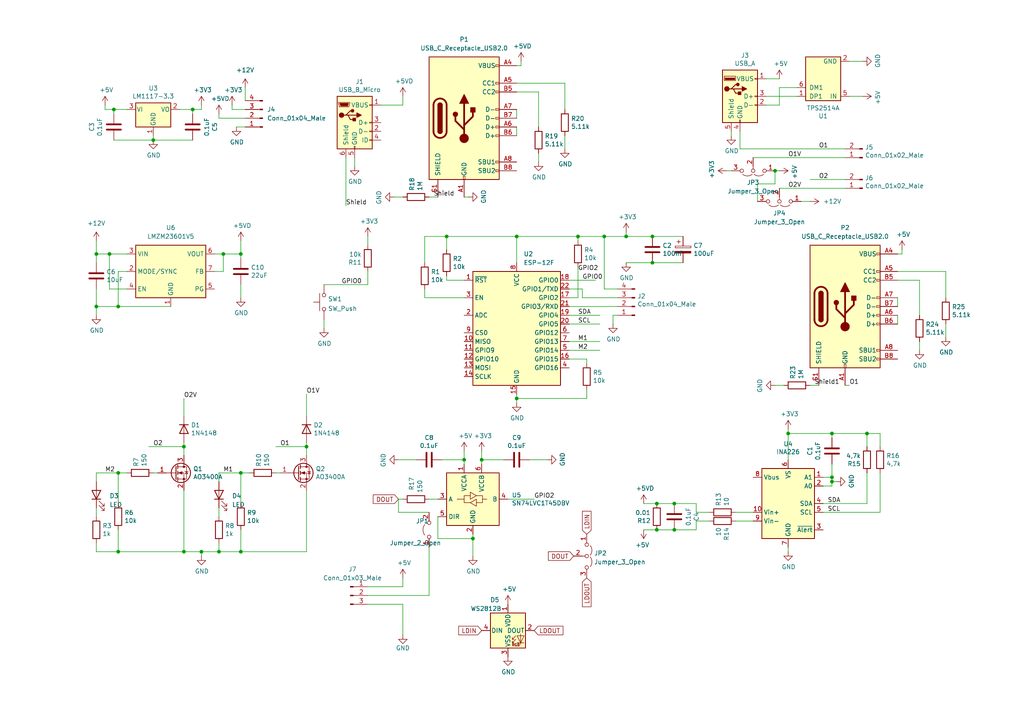
<source format=kicad_sch>
(kicad_sch (version 20211123) (generator eeschema)
  (paper "A4")
  (lib_symbols
    (symbol "Analog_ADC:INA226"
      (property "Reference" "U" (at -6.35 11.43 0))
      (property "Value" "INA226" (at 3.81 11.43 0))
      (symbol "INA226_1_1"
        (pin input line (at 10.16 7.62 180) (length 2.54) (name "A1") (number "1"))
        (pin input line (at -10.16 -2.54 0) (length 2.54) (name "Vin+") (number "10"))
        (pin input line (at 10.16 5.08 180) (length 2.54) (name "A0") (number "2"))
        (pin open_collector line (at 10.16 -7.62 180) (length 2.54) (name "~{Alert}") (number "3"))
        (pin bidirectional line (at 10.16 0 180) (length 2.54) (name "SDA") (number "4"))
        (pin input line (at 10.16 -2.54 180) (length 2.54) (name "SCL") (number "5"))
        (pin power_in line (at 0 12.7 270) (length 2.54) (name "VS") (number "6"))
        (pin power_in line (at 0 -12.7 90) (length 2.54) (name "GND") (number "7"))
        (pin input line (at -10.16 7.62 0) (length 2.54) (name "Vbus") (number "8"))
        (pin input line (at -10.16 -5.08 0) (length 2.54) (name "Vin-") (number "9"))
      )
    )
    (symbol "Connector:Conn_01x02_Male" (pin_names (offset 1.016) hide)
      (property "Reference" "J" (at 0 2.54 0))
      (property "Value" "Conn_01x02_Male" (at 0 -5.08 0))
      (symbol "Conn_01x02_Male_1_1"
        (pin passive line (at 5.08 0 180) (length 3.81) (name "Pin_1") (number "1"))
        (pin passive line (at 5.08 -2.54 180) (length 3.81) (name "Pin_2") (number "2"))
      )
    )
    (symbol "Connector:Conn_01x03_Male" (pin_names (offset 1.016) hide)
      (property "Reference" "J" (at 0 5.08 0))
      (property "Value" "Conn_01x03_Male" (at 0 -5.08 0))
      (symbol "Conn_01x03_Male_1_1"
        (pin passive line (at 5.08 2.54 180) (length 3.81) (name "Pin_1") (number "1"))
        (pin passive line (at 5.08 0 180) (length 3.81) (name "Pin_2") (number "2"))
        (pin passive line (at 5.08 -2.54 180) (length 3.81) (name "Pin_3") (number "3"))
      )
    )
    (symbol "Connector:Conn_01x04_Male" (pin_names (offset 1.016) hide)
      (property "Reference" "J" (at 0 5.08 0))
      (property "Value" "Conn_01x04_Male" (at 0 -7.62 0))
      (symbol "Conn_01x04_Male_1_1"
        (pin passive line (at 5.08 2.54 180) (length 3.81) (name "Pin_1") (number "1"))
        (pin passive line (at 5.08 0 180) (length 3.81) (name "Pin_2") (number "2"))
        (pin passive line (at 5.08 -2.54 180) (length 3.81) (name "Pin_3") (number "3"))
        (pin passive line (at 5.08 -5.08 180) (length 3.81) (name "Pin_4") (number "4"))
      )
    )
    (symbol "Connector:USB_C_Receptacle_USB2.0" (pin_names (offset 1.016))
      (property "Reference" "J" (at -10.16 19.05 0))
      (property "Value" "USB_C_Receptacle_USB2.0" (at 19.05 19.05 0))
      (symbol "USB_C_Receptacle_USB2.0_1_1"
        (pin passive line (at 0 -22.86 90) (length 5.08) (name "GND") (number "A1"))
        (pin passive line (at 0 -22.86 90) (length 5.08) hide (name "GND") (number "A12"))
        (pin passive line (at 15.24 15.24 180) (length 5.08) (name "VBUS") (number "A4"))
        (pin bidirectional line (at 15.24 10.16 180) (length 5.08) (name "CC1") (number "A5"))
        (pin bidirectional line (at 15.24 -2.54 180) (length 5.08) (name "D+") (number "A6"))
        (pin bidirectional line (at 15.24 2.54 180) (length 5.08) (name "D-") (number "A7"))
        (pin bidirectional line (at 15.24 -12.7 180) (length 5.08) (name "SBU1") (number "A8"))
        (pin passive line (at 15.24 15.24 180) (length 5.08) hide (name "VBUS") (number "A9"))
        (pin passive line (at 0 -22.86 90) (length 5.08) hide (name "GND") (number "B1"))
        (pin passive line (at 0 -22.86 90) (length 5.08) hide (name "GND") (number "B12"))
        (pin passive line (at 15.24 15.24 180) (length 5.08) hide (name "VBUS") (number "B4"))
        (pin bidirectional line (at 15.24 7.62 180) (length 5.08) (name "CC2") (number "B5"))
        (pin bidirectional line (at 15.24 -5.08 180) (length 5.08) (name "D+") (number "B6"))
        (pin bidirectional line (at 15.24 0 180) (length 5.08) (name "D-") (number "B7"))
        (pin bidirectional line (at 15.24 -15.24 180) (length 5.08) (name "SBU2") (number "B8"))
        (pin passive line (at 15.24 15.24 180) (length 5.08) hide (name "VBUS") (number "B9"))
        (pin passive line (at -7.62 -22.86 90) (length 5.08) (name "SHIELD") (number "S1"))
      )
    )
    (symbol "Device:C" (pin_numbers hide) (pin_names (offset 0.254))
      (property "Reference" "C" (at 0.635 2.54 0))
      (property "Value" "C" (at 0.635 -2.54 0))
      (symbol "C_1_1"
        (pin passive line (at 0 3.81 270) (length 2.794) (name "~") (number "1"))
        (pin passive line (at 0 -3.81 90) (length 2.794) (name "~") (number "2"))
      )
    )
    (symbol "Device:CP" (pin_numbers hide) (pin_names (offset 0.254))
      (property "Reference" "C" (at 0.635 2.54 0))
      (property "Value" "Device_CP" (at 0.635 -2.54 0))
      (symbol "CP_1_1"
        (pin passive line (at 0 3.81 270) (length 2.794) (name "~") (number "1"))
        (pin passive line (at 0 -3.81 90) (length 2.794) (name "~") (number "2"))
      )
    )
    (symbol "Device:LED" (pin_numbers hide) (pin_names (offset 1.016) hide)
      (property "Reference" "D" (at 0 2.54 0))
      (property "Value" "LED" (at 0 -2.54 0))
      (symbol "LED_1_1"
        (pin passive line (at -3.81 0 0) (length 2.54) (name "K") (number "1"))
        (pin passive line (at 3.81 0 180) (length 2.54) (name "A") (number "2"))
      )
    )
    (symbol "Device:R" (pin_numbers hide) (pin_names (offset 0))
      (property "Reference" "R" (at 2.032 0 90))
      (property "Value" "R" (at 0 0 90))
      (symbol "R_1_1"
        (pin passive line (at 0 3.81 270) (length 1.27) (name "~") (number "1"))
        (pin passive line (at 0 -3.81 90) (length 1.27) (name "~") (number "2"))
      )
    )
    (symbol "Diode:1N4148" (pin_numbers hide) (pin_names (offset 1.016) hide)
      (property "Reference" "D" (at 0 2.54 0))
      (property "Value" "1N4148" (at 0 -2.54 0))
      (symbol "1N4148_1_1"
        (pin passive line (at -3.81 0 0) (length 2.54) (name "K") (number "1"))
        (pin passive line (at 3.81 0 180) (length 2.54) (name "A") (number "2"))
      )
    )
    (symbol "Interface_USB:TPS2514A" (pin_names (offset 1.016))
      (property "Reference" "U" (at -3.81 -7.62 0))
      (property "Value" "TPS2514A" (at 0 7.62 0))
      (symbol "TPS2514A_1_1"
        (pin input line (at 7.62 5.08 180) (length 2.54) (name "DP1") (number "1"))
        (pin power_in line (at -7.62 -5.08 0) (length 2.54) (name "GND") (number "2"))
        (pin no_connect line (at 7.62 -2.54 180) (length 2.54) hide (name "NC") (number "3"))
        (pin no_connect line (at 7.62 -5.08 180) (length 2.54) hide (name "NC") (number "4"))
        (pin power_in line (at -7.62 5.08 0) (length 2.54) (name "IN") (number "5"))
        (pin input line (at 7.62 2.54 180) (length 2.54) (name "DM1") (number "6"))
      )
    )
    (symbol "Jumper:Jumper_2_Open" (pin_names (offset 0) hide)
      (property "Reference" "JP" (at 0 2.794 0))
      (property "Value" "Jumper_2_Open" (at 0 -2.286 0))
      (symbol "Jumper_2_Open_1_1"
        (pin passive line (at -5.08 0 0) (length 2.54) (name "A") (number "1"))
        (pin passive line (at 5.08 0 180) (length 2.54) (name "B") (number "2"))
      )
    )
    (symbol "Jumper:Jumper_3_Open" (pin_names (offset 0) hide)
      (property "Reference" "JP" (at -2.54 -2.54 0))
      (property "Value" "Jumper_3_Open" (at 0 2.794 0))
      (symbol "Jumper_3_Open_1_1"
        (pin passive line (at -6.35 0 0) (length 2.54) (name "A") (number "1"))
        (pin passive line (at 0 -3.81 90) (length 2.54) (name "C") (number "2"))
        (pin passive line (at 6.35 0 180) (length 2.54) (name "B") (number "3"))
      )
    )
    (symbol "LED:WS2812B" (pin_names (offset 0.254))
      (property "Reference" "D" (at 5.08 5.715 0))
      (property "Value" "WS2812B" (at 1.27 -5.715 0))
      (symbol "WS2812B_0_0"
        (text "RGB" (at 2.286 -4.191 0) (effects (font (size 0.762 0.762))))
      )
      (symbol "WS2812B_1_1"
        (pin power_in line (at 0 7.62 270) (length 2.54) (name "VDD") (number "1"))
        (pin output line (at 7.62 0 180) (length 2.54) (name "DOUT") (number "2"))
        (pin power_in line (at 0 -7.62 90) (length 2.54) (name "VSS") (number "3"))
        (pin input line (at -7.62 0 0) (length 2.54) (name "DIN") (number "4"))
      )
    )
    (symbol "Logic_LevelTranslator:SN74LVC1T45DBV"
      (property "Reference" "U" (at -6.35 8.89 0))
      (property "Value" "SN74LVC1T45DBV" (at 3.81 8.89 0))
      (symbol "SN74LVC1T45DBV_1_1"
        (pin power_in line (at -2.54 10.16 270) (length 2.54) (name "VCCA") (number "1"))
        (pin power_in line (at 0 -10.16 90) (length 2.54) (name "GND") (number "2"))
        (pin bidirectional line (at -10.16 0 0) (length 2.54) (name "A") (number "3"))
        (pin bidirectional line (at 10.16 0 180) (length 2.54) (name "B") (number "4"))
        (pin input line (at -10.16 -5.08 0) (length 2.54) (name "DIR") (number "5"))
        (pin power_in line (at 2.54 10.16 270) (length 2.54) (name "VCCB") (number "6"))
      )
    )
    (symbol "RF_Module:ESP-12F"
      (property "Reference" "U" (at -12.7 19.05 0))
      (property "Value" "ESP-12F" (at 12.7 19.05 0))
      (symbol "ESP-12F_1_1"
        (pin input line (at -15.24 15.24 0) (length 2.54) (name "~{RST}") (number "1"))
        (pin bidirectional line (at -15.24 -2.54 0) (length 2.54) (name "MISO") (number "10"))
        (pin bidirectional line (at -15.24 -5.08 0) (length 2.54) (name "GPIO9") (number "11"))
        (pin bidirectional line (at -15.24 -7.62 0) (length 2.54) (name "GPIO10") (number "12"))
        (pin bidirectional line (at -15.24 -10.16 0) (length 2.54) (name "MOSI") (number "13"))
        (pin bidirectional line (at -15.24 -12.7 0) (length 2.54) (name "SCLK") (number "14"))
        (pin power_in line (at 0 -17.78 90) (length 2.54) (name "GND") (number "15"))
        (pin bidirectional line (at 15.24 -7.62 180) (length 2.54) (name "GPIO15") (number "16"))
        (pin bidirectional line (at 15.24 10.16 180) (length 2.54) (name "GPIO2") (number "17"))
        (pin bidirectional line (at 15.24 15.24 180) (length 2.54) (name "GPIO0") (number "18"))
        (pin bidirectional line (at 15.24 5.08 180) (length 2.54) (name "GPIO4") (number "19"))
        (pin input line (at -15.24 5.08 0) (length 2.54) (name "ADC") (number "2"))
        (pin bidirectional line (at 15.24 2.54 180) (length 2.54) (name "GPIO5") (number "20"))
        (pin bidirectional line (at 15.24 7.62 180) (length 2.54) (name "GPIO3/RXD") (number "21"))
        (pin bidirectional line (at 15.24 12.7 180) (length 2.54) (name "GPIO1/TXD") (number "22"))
        (pin input line (at -15.24 10.16 0) (length 2.54) (name "EN") (number "3"))
        (pin bidirectional line (at 15.24 -10.16 180) (length 2.54) (name "GPIO16") (number "4"))
        (pin bidirectional line (at 15.24 -5.08 180) (length 2.54) (name "GPIO14") (number "5"))
        (pin bidirectional line (at 15.24 0 180) (length 2.54) (name "GPIO12") (number "6"))
        (pin bidirectional line (at 15.24 -2.54 180) (length 2.54) (name "GPIO13") (number "7"))
        (pin power_in line (at 0 20.32 270) (length 2.54) (name "VCC") (number "8"))
        (pin input line (at -15.24 0 0) (length 2.54) (name "CS0") (number "9"))
      )
    )
    (symbol "Regulator_Linear:LM1117-3.3" (pin_names (offset 0.254))
      (property "Reference" "U" (at -3.81 3.175 0))
      (property "Value" "LM1117-3.3" (at 0 3.175 0))
      (symbol "LM1117-3.3_1_1"
        (pin power_in line (at 0 -7.62 90) (length 2.54) (name "GND") (number "1"))
        (pin power_out line (at 7.62 0 180) (length 2.54) (name "VO") (number "2"))
        (pin power_in line (at -7.62 0 0) (length 2.54) (name "VI") (number "3"))
      )
    )
    (symbol "Regulator_Switching:LMZM23601V5"
      (property "Reference" "U" (at -8.89 8.89 0))
      (property "Value" "LMZM23601V5" (at 6.35 8.89 0))
      (symbol "LMZM23601V5_1_1"
        (pin power_in line (at 0 -10.16 90) (length 2.54) (name "GND") (number "1"))
        (pin no_connect line (at -2.54 -7.62 90) (length 2.54) hide (name "~") (number "10"))
        (pin passive line (at 0 -10.16 90) (length 2.54) hide (name "GND") (number "11"))
        (pin input line (at -12.7 0 0) (length 2.54) (name "MODE/SYNC") (number "2"))
        (pin power_in line (at -12.7 5.08 0) (length 2.54) (name "VIN") (number "3"))
        (pin input line (at -12.7 -5.08 0) (length 2.54) (name "EN") (number "4"))
        (pin open_collector line (at 12.7 -5.08 180) (length 2.54) (name "PG") (number "5"))
        (pin power_out line (at 12.7 5.08 180) (length 2.54) (name "VOUT") (number "6"))
        (pin input line (at 12.7 0 180) (length 2.54) (name "FB") (number "7"))
        (pin no_connect line (at 5.08 -7.62 90) (length 2.54) hide (name "~") (number "8"))
        (pin no_connect line (at 2.54 -7.62 90) (length 2.54) hide (name "~") (number "9"))
      )
    )
    (symbol "Switch:SW_Push" (pin_numbers hide) (pin_names (offset 1.016) hide)
      (property "Reference" "SW" (at 1.27 2.54 0))
      (property "Value" "SW_Push" (at 0 -1.524 0))
      (symbol "SW_Push_0_1"
        (pin passive line (at -5.08 0 0) (length 2.54) (name "1") (number "1"))
        (pin passive line (at 5.08 0 180) (length 2.54) (name "2") (number "2"))
      )
    )
    (symbol "Transistor_FET:AO3400A" (pin_names hide)
      (property "Reference" "Q" (at 5.08 1.905 0))
      (property "Value" "AO3400A" (at 5.08 0 0))
      (symbol "AO3400A_1_1"
        (pin input line (at -5.08 0 0) (length 2.54) (name "G") (number "1"))
        (pin passive line (at 2.54 -5.08 90) (length 2.54) (name "S") (number "2"))
        (pin passive line (at 2.54 5.08 270) (length 2.54) (name "D") (number "3"))
      )
    )
    (symbol "espmosfet-rescue:USB_A-Connector-nightlight-rescue-esprelais-rescue" (pin_names (offset 1.016))
      (property "Reference" "J" (at -5.08 11.43 0))
      (property "Value" "USB_A-Connector-nightlight-rescue-esprelais-rescue" (at -5.08 8.89 0))
      (symbol "USB_A-Connector-nightlight-rescue-esprelais-rescue_1_1"
        (pin power_in line (at 7.62 5.08 180) (length 2.54) (name "VBUS") (number "1"))
        (pin passive line (at 7.62 -2.54 180) (length 2.54) (name "D-") (number "2"))
        (pin passive line (at 7.62 0 180) (length 2.54) (name "D+") (number "3"))
        (pin power_in line (at 0 -10.16 90) (length 2.54) (name "GND") (number "4"))
        (pin passive line (at -2.54 -10.16 90) (length 2.54) (name "Shield") (number "5"))
      )
    )
    (symbol "espmosfet-rescue:USB_B_Micro-Connector-nightlight-rescue-esprelais-rescue" (pin_names (offset 1.016))
      (property "Reference" "J" (at -5.08 11.43 0))
      (property "Value" "USB_B_Micro-Connector-nightlight-rescue-esprelais-rescue" (at -5.08 8.89 0))
      (symbol "USB_B_Micro-Connector-nightlight-rescue-esprelais-rescue_1_1"
        (pin power_out line (at 7.62 5.08 180) (length 2.54) (name "VBUS") (number "1"))
        (pin passive line (at 7.62 -2.54 180) (length 2.54) (name "D-") (number "2"))
        (pin passive line (at 7.62 0 180) (length 2.54) (name "D+") (number "3"))
        (pin passive line (at 7.62 -5.08 180) (length 2.54) (name "ID") (number "4"))
        (pin power_out line (at 0 -10.16 90) (length 2.54) (name "GND") (number "5"))
        (pin passive line (at -2.54 -10.16 90) (length 2.54) (name "Shield") (number "6"))
      )
    )
    (symbol "power:+12V" (power) (pin_names (offset 0))
      (property "Value" "+12V" (at 0 3.556 0))
      (symbol "+12V_1_1"
        (pin power_in line (at 0 0 90) (length 0) hide (name "+12V") (number "1"))
      )
    )
    (symbol "power:+3.3V" (power) (pin_names (offset 0))
      (property "Value" "+3.3V" (at 0 3.556 0))
      (symbol "+3.3V_1_1"
        (pin power_in line (at 0 0 90) (length 0) hide (name "+3V3") (number "1"))
      )
    )
    (symbol "power:+5V" (power) (pin_names (offset 0))
      (property "Value" "+5V" (at 0 3.556 0))
      (symbol "+5V_1_1"
        (pin power_in line (at 0 0 90) (length 0) hide (name "+5V") (number "1"))
      )
    )
    (symbol "power:+5VD" (power) (pin_names (offset 0))
      (property "Value" "+5VD" (at 0 3.556 0))
      (symbol "+5VD_1_1"
        (pin power_in line (at 0 0 90) (length 0) hide (name "+5VD") (number "1"))
      )
    )
    (symbol "power:GND" (power) (pin_names (offset 0))
      (property "Value" "GND" (at 0 -3.81 0))
      (symbol "GND_1_1"
        (pin power_in line (at 0 0 270) (length 0) hide (name "GND") (number "1"))
      )
    )
  )
  (junction (at 149.86 115.57))
  (junction (at 64.77 73.66))
  (junction (at 31.75 73.66))
  (junction (at 195.58 146.05))
  (junction (at 129.54 68.58))
  (junction (at 69.85 137.16))
  (junction (at 167.64 68.58))
  (junction (at 190.5 146.05))
  (junction (at 27.94 88.9))
  (junction (at 181.61 68.58))
  (junction (at 189.23 68.58))
  (junction (at 63.5 160.02))
  (junction (at 34.29 137.16))
  (junction (at 224.79 49.53))
  (junction (at 33.02 31.75))
  (junction (at 241.3 139.7))
  (junction (at 189.23 76.2))
  (junction (at 88.9 129.54))
  (junction (at 44.45 40.64))
  (junction (at 134.62 133.35))
  (junction (at 69.85 73.66))
  (junction (at 241.3 125.73))
  (junction (at 53.34 129.54))
  (junction (at 137.16 156.21))
  (junction (at 55.88 31.75))
  (junction (at 175.26 68.58))
  (junction (at 53.34 160.02))
  (junction (at 69.85 160.02))
  (junction (at 58.42 160.02))
  (junction (at 251.46 125.73))
  (junction (at 228.6 125.73))
  (junction (at 139.7 133.35))
  (junction (at 190.5 153.67))
  (junction (at 34.29 160.02))
  (junction (at 149.86 68.58))
  (junction (at 34.29 88.9))
  (junction (at 195.58 153.67))
  (junction (at 241.3 138.43))
  (junction (at 27.94 73.66))
  (wire (pts (xy 30.48 31.75) (xy 33.02 31.75)))
  (wire (pts (xy 80.01 137.16) (xy 81.28 137.16)))
  (wire (pts (xy 224.79 53.34) (xy 219.71 53.34)))
  (wire (pts (xy 115.57 148.59) (xy 115.57 144.78)))
  (wire (pts (xy 44.45 40.64) (xy 55.88 40.64)))
  (wire (pts (xy 88.9 114.3) (xy 88.9 120.65)))
  (wire (pts (xy 106.68 82.55) (xy 93.98 82.55)))
  (wire (pts (xy 53.34 129.54) (xy 53.34 132.08)))
  (wire (pts (xy 62.23 78.74) (xy 64.77 78.74)))
  (wire (pts (xy 34.29 153.67) (xy 34.29 160.02)))
  (wire (pts (xy 63.5 147.32) (xy 63.5 149.86)))
  (wire (pts (xy 241.3 139.7) (xy 242.57 139.7)))
  (wire (pts (xy 129.54 68.58) (xy 149.86 68.58)))
  (wire (pts (xy 260.35 86.36) (xy 260.35 88.9)))
  (wire (pts (xy 175.26 68.58) (xy 175.26 83.82)))
  (wire (pts (xy 165.1 81.28) (xy 172.72 81.28)))
  (wire (pts (xy 218.44 148.59) (xy 213.36 148.59)))
  (wire (pts (xy 129.54 68.58) (xy 129.54 72.39)))
  (wire (pts (xy 195.58 146.05) (xy 190.5 146.05)))
  (wire (pts (xy 246.38 27.94) (xy 250.19 27.94)))
  (wire (pts (xy 88.9 129.54) (xy 88.9 128.27)))
  (wire (pts (xy 251.46 125.73) (xy 255.27 125.73)))
  (wire (pts (xy 170.18 115.57) (xy 149.86 115.57)))
  (wire (pts (xy 63.5 34.29) (xy 63.5 33.02)))
  (wire (pts (xy 33.02 33.02) (xy 33.02 31.75)))
  (wire (pts (xy 137.16 156.21) (xy 137.16 154.94)))
  (wire (pts (xy 149.86 26.67) (xy 156.21 26.67)))
  (wire (pts (xy 255.27 148.59) (xy 255.27 137.16)))
  (wire (pts (xy 88.9 160.02) (xy 69.85 160.02)))
  (wire (pts (xy 170.18 104.14) (xy 170.18 105.41)))
  (wire (pts (xy 165.1 101.6) (xy 173.99 101.6)))
  (wire (pts (xy 266.7 81.28) (xy 266.7 91.44)))
  (wire (pts (xy 201.93 151.13) (xy 201.93 153.67)))
  (wire (pts (xy 33.02 40.64) (xy 44.45 40.64)))
  (wire (pts (xy 127 156.21) (xy 127 149.86)))
  (wire (pts (xy 31.75 73.66) (xy 31.75 83.82)))
  (wire (pts (xy 63.5 137.16) (xy 63.5 139.7)))
  (wire (pts (xy 260.35 91.44) (xy 260.35 93.98)))
  (wire (pts (xy 68.58 36.83) (xy 71.12 36.83)))
  (wire (pts (xy 139.7 133.35) (xy 139.7 130.81)))
  (wire (pts (xy 189.23 76.2) (xy 198.12 76.2)))
  (wire (pts (xy 116.84 27.94) (xy 116.84 30.48)))
  (wire (pts (xy 44.45 137.16) (xy 45.72 137.16)))
  (wire (pts (xy 167.64 68.58) (xy 175.26 68.58)))
  (wire (pts (xy 88.9 142.24) (xy 88.9 160.02)))
  (wire (pts (xy 260.35 73.66) (xy 261.62 73.66)))
  (wire (pts (xy 224.79 111.76) (xy 227.33 111.76)))
  (wire (pts (xy 36.83 78.74) (xy 34.29 78.74)))
  (wire (pts (xy 149.86 24.13) (xy 163.83 24.13)))
  (wire (pts (xy 27.94 160.02) (xy 34.29 160.02)))
  (wire (pts (xy 27.94 137.16) (xy 34.29 137.16)))
  (wire (pts (xy 222.25 22.86) (xy 226.06 22.86)))
  (wire (pts (xy 123.19 68.58) (xy 123.19 76.2)))
  (wire (pts (xy 149.86 68.58) (xy 149.86 76.2)))
  (wire (pts (xy 27.94 137.16) (xy 27.94 139.7)))
  (wire (pts (xy 251.46 137.16) (xy 251.46 146.05)))
  (wire (pts (xy 58.42 160.02) (xy 58.42 161.29)))
  (wire (pts (xy 261.62 73.66) (xy 261.62 72.39)))
  (wire (pts (xy 139.7 134.62) (xy 139.7 133.35)))
  (wire (pts (xy 241.3 125.73) (xy 241.3 127)))
  (wire (pts (xy 231.14 27.94) (xy 222.25 27.94)))
  (wire (pts (xy 134.62 57.15) (xy 135.89 57.15)))
  (wire (pts (xy 222.25 30.48) (xy 226.06 30.48)))
  (wire (pts (xy 64.77 78.74) (xy 64.77 73.66)))
  (wire (pts (xy 137.16 156.21) (xy 127 156.21)))
  (wire (pts (xy 27.94 69.85) (xy 27.94 73.66)))
  (wire (pts (xy 27.94 73.66) (xy 27.94 76.2)))
  (wire (pts (xy 149.86 36.83) (xy 149.86 39.37)))
  (wire (pts (xy 168.91 83.82) (xy 165.1 83.82)))
  (wire (pts (xy 241.3 125.73) (xy 228.6 125.73)))
  (wire (pts (xy 226.06 25.4) (xy 231.14 25.4)))
  (wire (pts (xy 250.19 17.78) (xy 246.38 17.78)))
  (wire (pts (xy 179.07 88.9) (xy 165.1 88.9)))
  (wire (pts (xy 190.5 153.67) (xy 195.58 153.67)))
  (wire (pts (xy 27.94 157.48) (xy 27.94 160.02)))
  (wire (pts (xy 266.7 99.06) (xy 266.7 101.6)))
  (wire (pts (xy 69.85 153.67) (xy 69.85 160.02)))
  (wire (pts (xy 63.5 137.16) (xy 69.85 137.16)))
  (wire (pts (xy 165.1 93.98) (xy 173.99 93.98)))
  (wire (pts (xy 238.76 138.43) (xy 241.3 138.43)))
  (wire (pts (xy 214.63 43.18) (xy 214.63 38.1)))
  (wire (pts (xy 116.84 175.26) (xy 116.84 184.15)))
  (wire (pts (xy 177.8 93.98) (xy 177.8 91.44)))
  (wire (pts (xy 58.42 160.02) (xy 63.5 160.02)))
  (wire (pts (xy 165.1 91.44) (xy 173.99 91.44)))
  (wire (pts (xy 214.63 43.18) (xy 245.11 43.18)))
  (wire (pts (xy 27.94 88.9) (xy 34.29 88.9)))
  (wire (pts (xy 63.5 157.48) (xy 63.5 160.02)))
  (wire (pts (xy 27.94 73.66) (xy 31.75 73.66)))
  (wire (pts (xy 232.41 58.42) (xy 234.95 58.42)))
  (wire (pts (xy 137.16 161.29) (xy 137.16 156.21)))
  (wire (pts (xy 69.85 137.16) (xy 72.39 137.16)))
  (wire (pts (xy 156.21 44.45) (xy 156.21 46.99)))
  (wire (pts (xy 124.46 144.78) (xy 127 144.78)))
  (wire (pts (xy 88.9 132.08) (xy 88.9 129.54)))
  (wire (pts (xy 106.68 78.74) (xy 106.68 82.55)))
  (wire (pts (xy 123.19 68.58) (xy 129.54 68.58)))
  (wire (pts (xy 167.64 69.85) (xy 167.64 68.58)))
  (wire (pts (xy 53.34 129.54) (xy 43.18 129.54)))
  (wire (pts (xy 27.94 147.32) (xy 27.94 149.86)))
  (wire (pts (xy 212.09 38.1) (xy 212.09 39.37)))
  (wire (pts (xy 124.46 158.75) (xy 124.46 172.72)))
  (wire (pts (xy 251.46 129.54) (xy 251.46 125.73)))
  (wire (pts (xy 134.62 133.35) (xy 128.27 133.35)))
  (wire (pts (xy 177.8 91.44) (xy 179.07 91.44)))
  (wire (pts (xy 149.86 114.3) (xy 149.86 115.57)))
  (wire (pts (xy 30.48 30.48) (xy 30.48 31.75)))
  (wire (pts (xy 241.3 140.97) (xy 241.3 139.7)))
  (wire (pts (xy 67.31 31.75) (xy 67.31 30.48)))
  (wire (pts (xy 53.34 142.24) (xy 53.34 160.02)))
  (wire (pts (xy 156.21 26.67) (xy 156.21 36.83)))
  (wire (pts (xy 260.35 81.28) (xy 266.7 81.28)))
  (wire (pts (xy 27.94 88.9) (xy 27.94 91.44)))
  (wire (pts (xy 134.62 86.36) (xy 123.19 86.36)))
  (wire (pts (xy 149.86 68.58) (xy 167.64 68.58)))
  (wire (pts (xy 260.35 78.74) (xy 274.32 78.74)))
  (wire (pts (xy 251.46 125.73) (xy 241.3 125.73)))
  (wire (pts (xy 189.23 68.58) (xy 181.61 68.58)))
  (wire (pts (xy 34.29 137.16) (xy 34.29 146.05)))
  (wire (pts (xy 179.07 86.36) (xy 168.91 86.36)))
  (wire (pts (xy 201.93 146.05) (xy 195.58 146.05)))
  (wire (pts (xy 69.85 137.16) (xy 69.85 146.05)))
  (wire (pts (xy 58.42 31.75) (xy 55.88 31.75)))
  (wire (pts (xy 168.91 86.36) (xy 168.91 83.82)))
  (wire (pts (xy 124.46 57.15) (xy 127 57.15)))
  (wire (pts (xy 115.57 133.35) (xy 120.65 133.35)))
  (wire (pts (xy 100.33 45.72) (xy 100.33 59.69)))
  (wire (pts (xy 190.5 146.05) (xy 186.69 146.05)))
  (wire (pts (xy 179.07 83.82) (xy 175.26 83.82)))
  (wire (pts (xy 53.34 128.27) (xy 53.34 129.54)))
  (wire (pts (xy 55.88 33.02) (xy 55.88 31.75)))
  (wire (pts (xy 116.84 30.48) (xy 110.49 30.48)))
  (wire (pts (xy 67.31 31.75) (xy 71.12 31.75)))
  (wire (pts (xy 228.6 124.46) (xy 228.6 125.73)))
  (wire (pts (xy 71.12 25.4) (xy 71.12 29.21)))
  (wire (pts (xy 149.86 19.05) (xy 151.13 19.05)))
  (wire (pts (xy 88.9 129.54) (xy 80.01 129.54)))
  (wire (pts (xy 165.1 86.36) (xy 167.64 86.36)))
  (wire (pts (xy 134.62 81.28) (xy 129.54 81.28)))
  (wire (pts (xy 115.57 144.78) (xy 116.84 144.78)))
  (wire (pts (xy 63.5 160.02) (xy 69.85 160.02)))
  (wire (pts (xy 146.05 133.35) (xy 139.7 133.35)))
  (wire (pts (xy 226.06 49.53) (xy 224.79 49.53)))
  (wire (pts (xy 238.76 148.59) (xy 255.27 148.59)))
  (wire (pts (xy 149.86 115.57) (xy 149.86 116.84)))
  (wire (pts (xy 53.34 115.57) (xy 53.34 120.65)))
  (wire (pts (xy 165.1 104.14) (xy 170.18 104.14)))
  (wire (pts (xy 27.94 83.82) (xy 27.94 88.9)))
  (wire (pts (xy 201.93 148.59) (xy 201.93 146.05)))
  (wire (pts (xy 163.83 24.13) (xy 163.83 31.75)))
  (wire (pts (xy 124.46 148.59) (xy 115.57 148.59)))
  (wire (pts (xy 33.02 31.75) (xy 36.83 31.75)))
  (wire (pts (xy 53.34 160.02) (xy 34.29 160.02)))
  (wire (pts (xy 241.3 134.62) (xy 241.3 138.43)))
  (wire (pts (xy 114.3 57.15) (xy 116.84 57.15)))
  (wire (pts (xy 210.82 49.53) (xy 212.09 49.53)))
  (wire (pts (xy 201.93 151.13) (xy 205.74 151.13)))
  (wire (pts (xy 224.79 49.53) (xy 224.79 53.34)))
  (wire (pts (xy 44.45 39.37) (xy 44.45 40.64)))
  (wire (pts (xy 58.42 30.48) (xy 58.42 31.75)))
  (wire (pts (xy 226.06 30.48) (xy 226.06 25.4)))
  (wire (pts (xy 245.11 52.07) (xy 234.95 52.07)))
  (wire (pts (xy 234.95 111.76) (xy 237.49 111.76)))
  (wire (pts (xy 31.75 73.66) (xy 36.83 73.66)))
  (wire (pts (xy 106.68 170.18) (xy 116.84 170.18)))
  (wire (pts (xy 134.62 133.35) (xy 134.62 130.81)))
  (wire (pts (xy 274.32 93.98) (xy 274.32 97.79)))
  (wire (pts (xy 116.84 167.64) (xy 116.84 170.18)))
  (wire (pts (xy 274.32 78.74) (xy 274.32 86.36)))
  (wire (pts (xy 34.29 137.16) (xy 36.83 137.16)))
  (wire (pts (xy 34.29 88.9) (xy 49.53 88.9)))
  (wire (pts (xy 34.29 78.74) (xy 34.29 88.9)))
  (wire (pts (xy 158.75 133.35) (xy 153.67 133.35)))
  (wire (pts (xy 238.76 140.97) (xy 241.3 140.97)))
  (wire (pts (xy 53.34 160.02) (xy 58.42 160.02)))
  (wire (pts (xy 129.54 81.28) (xy 129.54 80.01)))
  (wire (pts (xy 55.88 31.75) (xy 52.07 31.75)))
  (wire (pts (xy 63.5 34.29) (xy 71.12 34.29)))
  (wire (pts (xy 198.12 68.58) (xy 189.23 68.58)))
  (wire (pts (xy 170.18 113.03) (xy 170.18 115.57)))
  (wire (pts (xy 62.23 73.66) (xy 64.77 73.66)))
  (wire (pts (xy 181.61 76.2) (xy 189.23 76.2)))
  (wire (pts (xy 245.11 111.76) (xy 246.38 111.76)))
  (wire (pts (xy 165.1 99.06) (xy 173.99 99.06)))
  (wire (pts (xy 228.6 158.75) (xy 228.6 160.02)))
  (wire (pts (xy 201.93 148.59) (xy 205.74 148.59)))
  (wire (pts (xy 218.44 45.72) (xy 245.11 45.72)))
  (wire (pts (xy 149.86 31.75) (xy 149.86 34.29)))
  (wire (pts (xy 219.71 53.34) (xy 219.71 58.42)))
  (wire (pts (xy 181.61 67.31) (xy 181.61 68.58)))
  (wire (pts (xy 93.98 95.25) (xy 93.98 92.71)))
  (wire (pts (xy 134.62 134.62) (xy 134.62 133.35)))
  (wire (pts (xy 241.3 138.43) (xy 241.3 139.7)))
  (wire (pts (xy 106.68 175.26) (xy 116.84 175.26)))
  (wire (pts (xy 226.06 54.61) (xy 245.11 54.61)))
  (wire (pts (xy 123.19 86.36) (xy 123.19 83.82)))
  (wire (pts (xy 106.68 172.72) (xy 124.46 172.72)))
  (wire (pts (xy 147.32 144.78) (xy 154.94 144.78)))
  (wire (pts (xy 69.85 69.85) (xy 69.85 73.66)))
  (wire (pts (xy 106.68 68.58) (xy 106.68 71.12)))
  (wire (pts (xy 186.69 153.67) (xy 190.5 153.67)))
  (wire (pts (xy 167.64 86.36) (xy 167.64 77.47)))
  (wire (pts (xy 213.36 151.13) (xy 218.44 151.13)))
  (wire (pts (xy 228.6 125.73) (xy 228.6 133.35)))
  (wire (pts (xy 151.13 19.05) (xy 151.13 17.78)))
  (wire (pts (xy 102.87 48.26) (xy 102.87 45.72)))
  (wire (pts (xy 175.26 68.58) (xy 181.61 68.58)))
  (wire (pts (xy 36.83 83.82) (xy 31.75 83.82)))
  (wire (pts (xy 69.85 82.55) (xy 69.85 86.36)))
  (wire (pts (xy 69.85 73.66) (xy 69.85 74.93)))
  (wire (pts (xy 163.83 39.37) (xy 163.83 43.18)))
  (wire (pts (xy 238.76 146.05) (xy 251.46 146.05)))
  (wire (pts (xy 255.27 125.73) (xy 255.27 129.54)))
  (wire (pts (xy 64.77 73.66) (xy 69.85 73.66)))
  (wire (pts (xy 201.93 153.67) (xy 195.58 153.67)))
  (label "M1" (at 64.77 137.16 0))
  (label "SCL" (at 167.64 93.98 0))
  (label "O2V" (at 228.6 54.61 0))
  (label "SCL" (at 240.03 148.59 0))
  (label "GPIO0" (at 168.91 81.28 0))
  (label "O2V" (at 53.34 115.57 0))
  (label "Shield1" (at 236.22 111.76 0))
  (label "SDA" (at 240.03 146.05 0))
  (label "GPIO2" (at 154.94 144.78 0))
  (label "M2" (at 167.64 101.6 0))
  (label "GPIO0" (at 99.06 82.55 0))
  (label "O1V" (at 88.9 114.3 0))
  (label "O2" (at 237.49 52.07 0))
  (label "O1" (at 246.38 111.76 0))
  (label "Shield" (at 125.73 57.15 0))
  (label "SDA" (at 167.64 91.44 0))
  (label "GPIO2" (at 167.64 78.74 0))
  (label "M2" (at 30.48 137.16 0))
  (label "O1V" (at 228.6 45.72 0))
  (label "Shield" (at 100.33 59.69 0))
  (label "O1" (at 237.49 43.18 0))
  (label "M1" (at 167.64 99.06 0))
  (label "O1" (at 81.28 129.54 0))
  (label "O2" (at 44.45 129.54 0))
  (global_label "LDOUT" (shape input) (at 154.94 182.88 0) (property "Intersheet References" "${INTERSHEET_REFS}" (effects hide)))
  (global_label "DOUT" (shape input) (at 166.37 161.29 180) (property "Intersheet References" "${INTERSHEET_REFS}" (effects hide)))
  (global_label "LDIN" (shape input) (at 139.7 182.88 180) (property "Intersheet References" "${INTERSHEET_REFS}" (effects hide)))
  (global_label "LDIN" (shape input) (at 170.18 154.94 90) (property "Intersheet References" "${INTERSHEET_REFS}" (effects hide)))
  (global_label "LDOUT" (shape input) (at 170.18 167.64 270) (property "Intersheet References" "${INTERSHEET_REFS}" (effects hide)))
  (global_label "DOUT" (shape input) (at 115.57 144.78 180) (property "Intersheet References" "${INTERSHEET_REFS}" (effects hide)))
  (symbol (lib_id "espmosfet-rescue:USB_B_Micro-Connector-nightlight-rescue-esprelais-rescue") (at 102.87 35.56 0) (unit 1)
    (property "Reference" "J1" (at 104.3178 23.6982 0))
    (property "Value" "USB_B_Micro" (at 104.3178 26.0096 0))
    (property "Footprint" "Connector_USB:USB_Micro-B_Molex_47346-0001" (effects hide))
  )
  (symbol (lib_id "power:GND") (at 102.87 48.26 0) (unit 1)
    (property "Reference" "#PWR010" (effects hide))
    (property "Value" "GND" (at 102.997 52.6542 0))
  )
  (symbol (lib_id "power:+5V") (at 30.48 30.48 0) (unit 1)
    (property "Reference" "#PWR014" (effects hide))
    (property "Value" "+5V" (at 30.861 26.0858 0))
  )
  (symbol (lib_id "power:+3.3V") (at 58.42 30.48 0) (unit 1)
    (property "Reference" "#PWR017" (effects hide))
    (property "Value" "+3.3V" (at 58.801 26.0858 0))
  )
  (symbol (lib_id "power:GND") (at 44.45 40.64 0) (unit 1)
    (property "Reference" "#PWR015" (effects hide))
    (property "Value" "GND" (at 44.577 45.0342 0))
  )
  (symbol (lib_id "Device:C") (at 55.88 36.83 180) (unit 1)
    (property "Reference" "C5" (at 62.2808 36.83 90))
    (property "Value" "0.1uF" (at 59.9694 36.83 90))
    (property "Footprint" "Capacitor_SMD:C_0805_2012Metric" (effects hide))
  )
  (symbol (lib_id "Device:C") (at 33.02 36.83 0) (unit 1)
    (property "Reference" "C3" (at 26.6192 36.83 90))
    (property "Value" "0.1uF" (at 28.9306 36.83 90))
    (property "Footprint" "Capacitor_SMD:C_0805_2012Metric" (effects hide))
  )
  (symbol (lib_id "Device:R") (at 123.19 80.01 0) (unit 1)
    (property "Reference" "R1" (at 124.968 78.8416 0) (effects (justify left)))
    (property "Value" "10k" (at 124.968 81.153 0) (effects (justify left)))
    (property "Footprint" "Resistor_SMD:R_0805_2012Metric" (effects hide))
  )
  (symbol (lib_id "Device:R") (at 129.54 76.2 0) (unit 1)
    (property "Reference" "R2" (at 131.318 75.0316 0) (effects (justify left)))
    (property "Value" "10k" (at 131.318 77.343 0) (effects (justify left)))
    (property "Footprint" "Resistor_SMD:R_0805_2012Metric" (effects hide))
  )
  (symbol (lib_id "Device:R") (at 167.64 73.66 0) (unit 1)
    (property "Reference" "R4" (at 169.418 72.4916 0) (effects (justify left)))
    (property "Value" "10k" (at 169.418 74.803 0) (effects (justify left)))
    (property "Footprint" "Resistor_SMD:R_0805_2012Metric" (effects hide))
  )
  (symbol (lib_id "Device:R") (at 170.18 109.22 0) (unit 1)
    (property "Reference" "R5" (at 171.958 108.0516 0) (effects (justify left)))
    (property "Value" "10k" (at 171.958 110.363 0) (effects (justify left)))
    (property "Footprint" "Resistor_SMD:R_0805_2012Metric" (effects hide))
  )
  (symbol (lib_id "Device:C") (at 189.23 72.39 0) (unit 1)
    (property "Reference" "C2" (at 192.151 71.2216 0) (effects (justify left)))
    (property "Value" "100nF" (at 192.151 73.533 0) (effects (justify left)))
    (property "Footprint" "Capacitor_SMD:C_0805_2012Metric" (effects hide))
  )
  (symbol (lib_id "Device:CP") (at 198.12 72.39 0) (unit 1)
    (property "Reference" "C7" (at 201.1172 71.2216 0) (effects (justify left)))
    (property "Value" "100uF" (at 201.1172 73.533 0) (effects (justify left)))
    (property "Footprint" "Capacitor_Tantalum_SMD:CP_EIA-3216-18_Kemet-A" (effects hide))
  )
  (symbol (lib_id "power:GND") (at 149.86 116.84 0) (unit 1)
    (property "Reference" "#PWR0102" (effects hide))
    (property "Value" "GND" (at 149.987 121.2342 0))
  )
  (symbol (lib_id "power:GND") (at 181.61 76.2 0) (unit 1)
    (property "Reference" "#PWR0103" (effects hide))
    (property "Value" "GND" (at 181.737 80.5942 0))
  )
  (symbol (lib_id "power:+3.3V") (at 181.61 67.31 0) (unit 1)
    (property "Reference" "#PWR0104" (effects hide))
    (property "Value" "+3.3V" (at 181.991 62.9158 0))
  )
  (symbol (lib_id "Regulator_Linear:LM1117-3.3") (at 44.45 31.75 0) (unit 1)
    (property "Reference" "U3" (at 44.45 25.6032 0))
    (property "Value" "LM1117-3.3" (at 44.45 27.9146 0))
    (property "Footprint" "Package_TO_SOT_SMD:SOT-223" (effects hide))
    (property "Datasheet" "http://www.ti.com/lit/ds/symlink/lm1117.pdf" (effects hide))
  )
  (symbol (lib_id "Connector:Conn_01x04_Male") (at 184.15 88.9 180) (unit 1)
    (property "Reference" "J2" (at 184.8612 85.9028 0) (effects (justify right)))
    (property "Value" "Conn_01x04_Male" (at 184.8612 88.2142 0) (effects (justify right)))
    (property "Footprint" "Connector_PinHeader_2.54mm:PinHeader_1x04_P2.54mm_Vertical" (effects hide))
  )
  (symbol (lib_id "power:GND") (at 177.8 93.98 0) (unit 1)
    (property "Reference" "#PWR0105" (effects hide))
    (property "Value" "GND" (at 177.927 98.3742 0))
  )
  (symbol (lib_id "Interface_USB:TPS2514A") (at 238.76 22.86 180) (unit 1)
    (property "Reference" "U1" (at 238.76 33.655 0))
    (property "Value" "TPS2514A" (at 238.76 31.3436 0))
    (property "Footprint" "Package_TO_SOT_SMD:SOT-23-6" (effects hide))
    (property "Datasheet" "http://www.ti.com/lit/ds/symlink/tps2513.pdf" (effects hide))
  )
  (symbol (lib_id "espmosfet-rescue:USB_A-Connector-nightlight-rescue-esprelais-rescue") (at 214.63 27.94 0) (unit 1)
    (property "Reference" "J3" (at 216.0778 16.0782 0))
    (property "Value" "USB_A" (at 216.0778 18.3896 0))
    (property "Footprint" "Connector_USB:USB_A_Stewart_SS-52100-001_Horizontal" (effects hide))
    (property "Datasheet" " ~" (effects hide))
  )
  (symbol (lib_id "power:GND") (at 250.19 17.78 90) (unit 1)
    (property "Reference" "#PWR03" (effects hide))
    (property "Value" "GND" (at 254.5842 17.653 0))
  )
  (symbol (lib_id "power:GND") (at 212.09 39.37 0) (unit 1)
    (property "Reference" "#PWR01" (effects hide))
    (property "Value" "GND" (at 212.217 43.7642 0))
  )
  (symbol (lib_id "Analog_ADC:INA226") (at 228.6 146.05 0) (unit 1)
    (property "Reference" "U4" (at 228.6 128.7526 0))
    (property "Value" "INA226" (at 228.6 131.064 0))
    (property "Footprint" "Package_SO:VSSOP-10_3x3mm_P0.5mm" (effects hide))
    (property "Datasheet" "http://www.ti.com/lit/ds/symlink/ina226.pdf" (effects hide))
  )
  (symbol (lib_id "power:GND") (at 228.6 160.02 0) (unit 1)
    (property "Reference" "#PWR02" (effects hide))
    (property "Value" "GND" (at 228.727 164.4142 0))
  )
  (symbol (lib_id "power:GND") (at 242.57 139.7 90) (unit 1)
    (property "Reference" "#PWR04" (effects hide))
    (property "Value" "GND" (at 246.9642 139.573 0))
  )
  (symbol (lib_id "Device:C") (at 241.3 130.81 0) (unit 1)
    (property "Reference" "C1" (at 234.8992 130.81 90))
    (property "Value" "0.1uF" (at 237.2106 130.81 90))
    (property "Footprint" "Capacitor_SMD:C_0805_2012Metric" (effects hide))
  )
  (symbol (lib_id "Transistor_FET:AO3400A") (at 86.36 137.16 0) (unit 1)
    (property "Reference" "Q2" (at 91.567 135.9916 0) (effects (justify left)))
    (property "Value" "AO3400A" (at 91.567 138.303 0) (effects (justify left)))
    (property "Footprint" "Package_TO_SOT_SMD:SOT-23" (effects hide))
    (property "Datasheet" "http://www.aosmd.com/pdfs/datasheet/AO3400A.pdf" (effects hide))
  )
  (symbol (lib_id "Device:R") (at 76.2 137.16 90) (unit 1)
    (property "Reference" "R10" (at 75.0316 135.382 0) (effects (justify left)))
    (property "Value" "150" (at 77.343 135.382 0) (effects (justify left)))
    (property "Footprint" "Resistor_SMD:R_0805_2012Metric" (effects hide))
  )
  (symbol (lib_id "Device:R") (at 69.85 149.86 0) (unit 1)
    (property "Reference" "R9" (at 71.628 148.6916 0) (effects (justify left)))
    (property "Value" "10k" (at 71.628 151.003 0) (effects (justify left)))
    (property "Footprint" "Resistor_SMD:R_0805_2012Metric" (effects hide))
  )
  (symbol (lib_id "Device:R") (at 63.5 153.67 0) (unit 1)
    (property "Reference" "R8" (at 65.278 152.5016 0) (effects (justify left)))
    (property "Value" "1k" (at 65.278 154.813 0) (effects (justify left)))
    (property "Footprint" "Resistor_SMD:R_0805_2012Metric" (effects hide))
  )
  (symbol (lib_id "power:GND") (at 58.42 161.29 0) (unit 1)
    (property "Reference" "#PWR05" (effects hide))
    (property "Value" "GND" (at 58.547 165.6842 0))
  )
  (symbol (lib_id "Transistor_FET:AO3400A") (at 50.8 137.16 0) (unit 1)
    (property "Reference" "Q1" (at 56.007 135.9916 0) (effects (justify left)))
    (property "Value" "AO3400A" (at 56.007 138.303 0) (effects (justify left)))
    (property "Footprint" "Package_TO_SOT_SMD:SOT-23" (effects hide))
    (property "Datasheet" "http://www.aosmd.com/pdfs/datasheet/AO3400A.pdf" (effects hide))
  )
  (symbol (lib_id "Device:R") (at 40.64 137.16 90) (unit 1)
    (property "Reference" "R7" (at 39.4716 135.382 0) (effects (justify left)))
    (property "Value" "150" (at 41.783 135.382 0) (effects (justify left)))
    (property "Footprint" "Resistor_SMD:R_0805_2012Metric" (effects hide))
  )
  (symbol (lib_id "Device:R") (at 34.29 149.86 0) (unit 1)
    (property "Reference" "R6" (at 36.068 148.6916 0) (effects (justify left)))
    (property "Value" "10k" (at 36.068 151.003 0) (effects (justify left)))
    (property "Footprint" "Resistor_SMD:R_0805_2012Metric" (effects hide))
  )
  (symbol (lib_id "Device:R") (at 27.94 153.67 0) (unit 1)
    (property "Reference" "R3" (at 29.718 152.5016 0) (effects (justify left)))
    (property "Value" "1k" (at 29.718 154.813 0) (effects (justify left)))
    (property "Footprint" "Resistor_SMD:R_0805_2012Metric" (effects hide))
  )
  (symbol (lib_id "Diode:1N4148") (at 88.9 124.46 270) (unit 1)
    (property "Reference" "D2" (at 90.932 123.2916 90) (effects (justify left)))
    (property "Value" "1N4148" (at 90.932 125.603 90) (effects (justify left)))
    (property "Footprint" "Diode_SMD:D_1206_3216Metric" (effects hide))
    (property "Datasheet" "https://assets.nexperia.com/documents/data-sheet/1N4148_1N4448.pdf" (effects hide))
  )
  (symbol (lib_id "Diode:1N4148") (at 53.34 124.46 270) (unit 1)
    (property "Reference" "D1" (at 55.372 123.2916 90) (effects (justify left)))
    (property "Value" "1N4148" (at 55.372 125.603 90) (effects (justify left)))
    (property "Footprint" "Diode_SMD:D_1206_3216Metric" (effects hide))
    (property "Datasheet" "https://assets.nexperia.com/documents/data-sheet/1N4148_1N4448.pdf" (effects hide))
  )
  (symbol (lib_id "Device:R") (at 106.68 74.93 180) (unit 1)
    (property "Reference" "R11" (at 104.902 76.0984 0) (effects (justify left)))
    (property "Value" "10k" (at 104.902 73.787 0) (effects (justify left)))
    (property "Footprint" "Resistor_SMD:R_0805_2012Metric" (effects hide))
  )
  (symbol (lib_id "power:+3.3V") (at 106.68 68.58 0) (unit 1)
    (property "Reference" "#PWR07" (effects hide))
    (property "Value" "+3.3V" (at 107.061 64.1858 0))
  )
  (symbol (lib_id "power:GND") (at 93.98 95.25 0) (unit 1)
    (property "Reference" "#PWR06" (effects hide))
    (property "Value" "GND" (at 94.107 99.6442 0))
  )
  (symbol (lib_id "power:+3.3V") (at 67.31 30.48 0) (unit 1)
    (property "Reference" "#PWR012" (effects hide))
    (property "Value" "+3.3V" (at 67.691 26.0858 0))
  )
  (symbol (lib_id "power:GND") (at 68.58 36.83 0) (unit 1)
    (property "Reference" "#PWR09" (effects hide))
    (property "Value" "GND" (at 68.707 41.2242 0))
  )
  (symbol (lib_id "Connector:Conn_01x02_Male") (at 250.19 45.72 180) (unit 1)
    (property "Reference" "J5" (at 250.9012 42.7228 0) (effects (justify right)))
    (property "Value" "Conn_01x02_Male" (at 250.9012 45.0342 0) (effects (justify right)))
    (property "Footprint" "Connector_PinHeader_2.54mm:PinHeader_1x02_P2.54mm_Vertical" (effects hide))
  )
  (symbol (lib_id "Connector:Conn_01x02_Male") (at 250.19 54.61 180) (unit 1)
    (property "Reference" "J6" (at 250.9012 51.6128 0) (effects (justify right)))
    (property "Value" "Conn_01x02_Male" (at 250.9012 53.9242 0) (effects (justify right)))
    (property "Footprint" "Connector_PinHeader_2.54mm:PinHeader_1x02_P2.54mm_Vertical" (effects hide))
  )
  (symbol (lib_id "power:+3.3V") (at 228.6 124.46 0) (unit 1)
    (property "Reference" "#PWR016" (effects hide))
    (property "Value" "+3.3V" (at 228.981 120.0658 0))
  )
  (symbol (lib_id "Device:R") (at 251.46 133.35 180) (unit 1)
    (property "Reference" "R15" (at 249.682 134.5184 0) (effects (justify left)))
    (property "Value" "4,7k" (at 249.682 132.207 0) (effects (justify left)))
    (property "Footprint" "Resistor_SMD:R_0805_2012Metric" (effects hide))
  )
  (symbol (lib_id "Device:R") (at 255.27 133.35 0) (unit 1)
    (property "Reference" "R16" (at 257.048 132.1816 0) (effects (justify left)))
    (property "Value" "4,7k" (at 257.048 134.493 0) (effects (justify left)))
    (property "Footprint" "Resistor_SMD:R_0805_2012Metric" (effects hide))
  )
  (symbol (lib_id "Device:R") (at 209.55 151.13 270) (unit 1)
    (property "Reference" "R14" (at 210.7184 152.908 0) (effects (justify left)))
    (property "Value" "10" (at 208.407 152.908 0) (effects (justify left)))
    (property "Footprint" "Resistor_SMD:R_0805_2012Metric" (effects hide))
  )
  (symbol (lib_id "Device:R") (at 209.55 148.59 90) (unit 1)
    (property "Reference" "R13" (at 208.3816 146.812 0) (effects (justify left)))
    (property "Value" "10" (at 210.693 146.812 0) (effects (justify left)))
    (property "Footprint" "Resistor_SMD:R_0805_2012Metric" (effects hide))
  )
  (symbol (lib_id "Device:C") (at 195.58 149.86 180) (unit 1)
    (property "Reference" "C4" (at 201.9808 149.86 90))
    (property "Value" "0.1uF" (at 199.6694 149.86 90))
    (property "Footprint" "Capacitor_SMD:C_0805_2012Metric" (effects hide))
  )
  (symbol (lib_id "Device:R") (at 190.5 149.86 180) (unit 1)
    (property "Reference" "R12" (at 188.722 151.0284 0) (effects (justify left)))
    (property "Value" "0.01" (at 188.722 148.717 0) (effects (justify left)))
    (property "Footprint" "Resistor_SMD:R_0805_2012Metric" (effects hide))
  )
  (symbol (lib_id "power:+5VD") (at 63.5 33.02 0) (unit 1)
    (property "Reference" "#PWR0101" (effects hide))
    (property "Value" "+5VD" (at 63.881 28.6258 0))
  )
  (symbol (lib_id "power:+5VD") (at 116.84 27.94 0) (unit 1)
    (property "Reference" "#PWR0106" (effects hide))
    (property "Value" "+5VD" (at 117.221 23.5458 0))
  )
  (symbol (lib_id "power:+5V") (at 186.69 153.67 180) (unit 1)
    (property "Reference" "#PWR0107" (effects hide))
    (property "Value" "+5V" (at 186.309 158.0642 0))
  )
  (symbol (lib_id "power:+5VD") (at 186.69 146.05 0) (unit 1)
    (property "Reference" "#PWR0108" (effects hide))
    (property "Value" "+5VD" (at 187.071 141.6558 0))
  )
  (symbol (lib_id "power:GND") (at 266.7 101.6 0) (unit 1)
    (property "Reference" "#PWR0111" (effects hide))
    (property "Value" "GND" (at 266.827 105.9942 0))
  )
  (symbol (lib_id "power:+5V") (at 250.19 27.94 270) (unit 1)
    (property "Reference" "#PWR0124" (effects hide))
    (property "Value" "+5V" (at 254.5842 28.321 0))
  )
  (symbol (lib_id "power:GND") (at 158.75 133.35 90) (unit 1)
    (property "Reference" "#PWR0122" (effects hide))
    (property "Value" "GND" (at 163.1442 133.223 0))
  )
  (symbol (lib_id "power:+3.3V") (at 210.82 49.53 90) (unit 1)
    (property "Reference" "#PWR0118" (effects hide))
    (property "Value" "+3.3V" (at 206.4258 49.149 0))
  )
  (symbol (lib_id "Jumper:Jumper_3_Open") (at 218.44 49.53 180) (unit 1)
    (property "Reference" "JP3" (at 218.44 52.9326 0))
    (property "Value" "Jumper_3_Open" (at 218.44 55.4695 0))
    (property "Footprint" "Jumper:SolderJumper-3_P1.3mm_Open_Pad1.0x1.5mm" (effects hide))
  )
  (symbol (lib_id "power:GND") (at 274.32 97.79 0) (unit 1)
    (property "Reference" "#PWR0137" (effects hide))
    (property "Value" "GND" (at 274.447 102.1842 0))
  )
  (symbol (lib_id "Device:R") (at 163.83 35.56 0) (unit 1)
    (property "Reference" "R20" (at 165.608 34.3916 0) (effects (justify left)))
    (property "Value" "5.11k" (at 165.608 36.703 0) (effects (justify left)))
    (property "Footprint" "Resistor_SMD:R_0603_1608Metric" (effects hide))
  )
  (symbol (lib_id "power:+3.3V") (at 139.7 130.81 0) (unit 1)
    (property "Reference" "#PWR0119" (effects hide))
    (property "Value" "+3.3V" (at 140.081 126.4158 0))
  )
  (symbol (lib_id "LED:WS2812B") (at 147.32 182.88 0) (unit 1)
    (property "Reference" "D5" (at 143.51 173.99 0))
    (property "Value" "WS2812B" (at 140.97 176.53 0))
    (property "Footprint" "LED_SMD:LED_WS2812B_PLCC4_5.0x5.0mm_P3.2mm" (effects hide))
    (property "Datasheet" "https://cdn-shop.adafruit.com/datasheets/WS2812B.pdf" (effects hide))
  )
  (symbol (lib_id "Device:LED") (at 63.5 143.51 90) (unit 1)
    (property "Reference" "D4" (at 67.31 143.8274 90) (effects (justify right)))
    (property "Value" "LED" (at 67.31 146.3674 90) (effects (justify right)))
    (property "Footprint" "LED_SMD:LED_0603_1608Metric" (effects hide))
  )
  (symbol (lib_id "Device:R") (at 266.7 95.25 0) (unit 1)
    (property "Reference" "R24" (at 268.478 94.0816 0) (effects (justify left)))
    (property "Value" "5.11k" (at 268.478 96.393 0) (effects (justify left)))
    (property "Footprint" "Resistor_SMD:R_0603_1608Metric" (effects hide))
  )
  (symbol (lib_id "power:GND") (at 137.16 161.29 0) (unit 1)
    (property "Reference" "#PWR0120" (effects hide))
    (property "Value" "GND" (at 137.287 165.6842 0))
  )
  (symbol (lib_id "power:GND") (at 115.57 133.35 270) (unit 1)
    (property "Reference" "#PWR0112" (effects hide))
    (property "Value" "GND" (at 111.1758 133.477 0))
  )
  (symbol (lib_id "power:+5V") (at 226.06 49.53 270) (unit 1)
    (property "Reference" "#PWR0115" (effects hide))
    (property "Value" "+5V" (at 230.4542 49.911 0))
  )
  (symbol (lib_id "Logic_LevelTranslator:SN74LVC1T45DBV") (at 137.16 144.78 0) (unit 1)
    (property "Reference" "U5" (at 148.4376 143.6116 0) (effects (justify left)))
    (property "Value" "SN74LVC1T45DBV" (at 148.4376 145.923 0) (effects (justify left)))
    (property "Footprint" "Package_TO_SOT_SMD:SOT-23-6" (effects hide))
    (property "Datasheet" "http://www.ti.com/lit/ds/symlink/sn74lvc1t45.pdf" (effects hide))
  )
  (symbol (lib_id "power:GND") (at 69.85 86.36 0) (unit 1)
    (property "Reference" "#PWR0130" (effects hide))
    (property "Value" "GND" (at 69.977 90.7542 0))
  )
  (symbol (lib_id "power:GND") (at 114.3 57.15 270) (unit 1)
    (property "Reference" "#PWR0125" (effects hide))
    (property "Value" "GND" (at 109.9058 57.277 0))
  )
  (symbol (lib_id "Regulator_Switching:LMZM23601V5") (at 49.53 78.74 0) (unit 1)
    (property "Reference" "U6" (at 49.53 66.04 0))
    (property "Value" "LMZM23601V5" (at 49.53 68.58 0))
    (property "Footprint" "Package_LGA:Texas_SIL0010A_MicroSiP-10-1EP_3.8x3mm_P0.6mm_EP0.7x2.9mm_ThermalVias" (effects hide))
    (property "Datasheet" "http://www.ti.com/lit/ds/symlink/lmzm23601.pdf" (effects hide))
  )
  (symbol (lib_id "Switch:SW_Push") (at 93.98 87.63 90) (unit 1)
    (property "Reference" "SW1" (at 95.123 86.7215 90) (effects (justify right)))
    (property "Value" "SW_Push" (at 95.123 89.4966 90) (effects (justify right)))
    (property "Footprint" "Button_Switch_SMD:SW_Push_SPST_NO_Alps_SKRK" (effects hide))
  )
  (symbol (lib_id "Jumper:Jumper_2_Open") (at 124.46 153.67 90) (unit 1)
    (property "Reference" "JP1" (at 120.65 151.13 90) (effects (justify right)))
    (property "Value" "Jumper_2_Open" (at 113.03 157.48 90) (effects (justify right)))
    (property "Footprint" "Jumper:SolderJumper-2_P1.3mm_Open_Pad1.0x1.5mm" (effects hide))
  )
  (symbol (lib_id "Device:LED") (at 27.94 143.51 90) (unit 1)
    (property "Reference" "D3" (at 31.75 143.8274 90) (effects (justify right)))
    (property "Value" "LED" (at 31.75 146.3674 90) (effects (justify right)))
    (property "Footprint" "LED_SMD:LED_0603_1608Metric" (effects hide))
  )
  (symbol (lib_id "power:GND") (at 147.32 190.5 0) (unit 1)
    (property "Reference" "#PWR0131" (effects hide))
    (property "Value" "GND" (at 147.447 194.8942 0))
  )
  (symbol (lib_id "Connector:Conn_01x04_Male") (at 76.2 34.29 180) (unit 1)
    (property "Reference" "J4" (at 77.47 31.7499 0) (effects (justify right)))
    (property "Value" "Conn_01x04_Male" (at 77.47 34.2899 0) (effects (justify right)))
    (property "Footprint" "Connector_PinHeader_2.54mm:PinHeader_1x04_P2.54mm_Horizontal" (effects hide))
  )
  (symbol (lib_id "power:+5V") (at 116.84 167.64 0) (unit 1)
    (property "Reference" "#PWR0123" (effects hide))
    (property "Value" "+5V" (at 117.221 163.2458 0))
  )
  (symbol (lib_id "Connector:Conn_01x03_Male") (at 101.6 172.72 0) (unit 1)
    (property "Reference" "J7" (at 102.235 165.1 0))
    (property "Value" "Conn_01x03_Male" (at 102.235 167.64 0))
    (property "Footprint" "Connector_PinHeader_2.54mm:PinHeader_1x03_P2.54mm_Vertical" (effects hide))
  )
  (symbol (lib_id "power:GND") (at 135.89 57.15 90) (unit 1)
    (property "Reference" "#PWR0126" (effects hide))
    (property "Value" "GND" (at 140.2842 57.023 0))
  )
  (symbol (lib_id "Connector:USB_C_Receptacle_USB2.0") (at 134.62 34.29 0) (unit 1)
    (property "Reference" "P1" (at 134.62 11.43 0))
    (property "Value" "USB_C_Receptacle_USB2.0" (at 134.62 13.97 0))
    (property "Footprint" "Connector_USB:USB_C_Receptacle_XKB_U262-16XN-4BVC11" (effects hide))
    (property "Datasheet" "https://www.usb.org/sites/default/files/documents/usb_type-c.zip" (effects hide))
  )
  (symbol (lib_id "RF_Module:ESP-12F") (at 149.86 96.52 0) (unit 1)
    (property "Reference" "U2" (at 151.8794 73.66 0) (effects (justify left)))
    (property "Value" "ESP-12F" (at 151.8794 76.2 0) (effects (justify left)))
    (property "Footprint" "RF_Module:ESP-12E" (effects hide))
    (property "Datasheet" "http://wiki.ai-thinker.com/_media/esp8266/esp8266_series_modules_user_manual_v1.1.pdf" (effects hide))
  )
  (symbol (lib_id "Device:R") (at 156.21 40.64 0) (unit 1)
    (property "Reference" "R19" (at 157.988 39.4716 0) (effects (justify left)))
    (property "Value" "5.11k" (at 157.988 41.783 0) (effects (justify left)))
    (property "Footprint" "Resistor_SMD:R_0603_1608Metric" (effects hide))
  )
  (symbol (lib_id "Jumper:Jumper_3_Open") (at 170.18 161.29 270) (unit 1)
    (property "Reference" "JP2" (at 172.3142 160.4553 90) (effects (justify left)))
    (property "Value" "Jumper_3_Open" (at 172.3142 162.9922 90) (effects (justify left)))
    (property "Footprint" "Jumper:SolderJumper-3_P1.3mm_Open_Pad1.0x1.5mm" (effects hide))
  )
  (symbol (lib_id "Device:R") (at 120.65 144.78 90) (unit 1)
    (property "Reference" "R17" (at 119.38 142.24 0) (effects (justify left)))
    (property "Value" "150" (at 121.793 143.002 0) (effects (justify left)))
    (property "Footprint" "Resistor_SMD:R_0805_2012Metric" (effects hide))
  )
  (symbol (lib_id "power:+5VD") (at 151.13 17.78 0) (unit 1)
    (property "Reference" "#PWR0127" (effects hide))
    (property "Value" "+5VD" (at 151.511 13.3858 0))
  )
  (symbol (lib_id "power:GND") (at 27.94 91.44 0) (unit 1)
    (property "Reference" "#PWR0132" (effects hide))
    (property "Value" "GND" (at 28.067 95.8342 0))
  )
  (symbol (lib_id "power:+12V") (at 27.94 69.85 0) (unit 1)
    (property "Reference" "#PWR0133" (effects hide))
    (property "Value" "+12V" (at 27.94 64.77 0))
  )
  (symbol (lib_id "power:+5V") (at 147.32 175.26 0) (unit 1)
    (property "Reference" "#PWR0136" (effects hide))
    (property "Value" "+5V" (at 147.701 170.8658 0))
  )
  (symbol (lib_id "power:+5V") (at 134.62 130.81 0) (unit 1)
    (property "Reference" "#PWR0121" (effects hide))
    (property "Value" "+5V" (at 135.001 126.4158 0))
  )
  (symbol (lib_id "Device:R") (at 231.14 111.76 90) (unit 1)
    (property "Reference" "R23" (at 229.9716 109.982 0) (effects (justify left)))
    (property "Value" "1M" (at 232.283 109.982 0) (effects (justify left)))
    (property "Footprint" "Resistor_SMD:R_0805_2012Metric" (effects hide))
  )
  (symbol (lib_id "power:GND") (at 116.84 184.15 0) (unit 1)
    (property "Reference" "#PWR0113" (effects hide))
    (property "Value" "GND" (at 116.84 187.96 0))
  )
  (symbol (lib_id "power:+12V") (at 234.95 58.42 270) (unit 1)
    (property "Reference" "#PWR0116" (effects hide))
    (property "Value" "+12V" (at 238.76 58.4199 90) (effects (justify left)))
  )
  (symbol (lib_id "power:+5V") (at 261.62 72.39 0) (unit 1)
    (property "Reference" "#PWR0110" (effects hide))
    (property "Value" "+5V" (at 262.001 67.9958 0))
  )
  (symbol (lib_id "Jumper:Jumper_3_Open") (at 226.06 58.42 180) (unit 1)
    (property "Reference" "JP4" (at 226.06 61.8226 0))
    (property "Value" "Jumper_3_Open" (at 226.06 64.3595 0))
    (property "Footprint" "Jumper:SolderJumper-3_P1.3mm_Open_Pad1.0x1.5mm" (effects hide))
  )
  (symbol (lib_id "Connector:USB_C_Receptacle_USB2.0") (at 245.11 88.9 0) (unit 1)
    (property "Reference" "P2" (at 245.11 66.04 0))
    (property "Value" "USB_C_Receptacle_USB2.0" (at 245.11 68.58 0))
    (property "Footprint" "Connector_USB:USB_C_Receptacle_XKB_U262-16XN-4BVC11" (effects hide))
    (property "Datasheet" "https://www.usb.org/sites/default/files/documents/usb_type-c.zip" (effects hide))
  )
  (symbol (lib_id "Device:R") (at 274.32 90.17 0) (unit 1)
    (property "Reference" "R25" (at 276.098 89.0016 0) (effects (justify left)))
    (property "Value" "5.11k" (at 276.098 91.313 0) (effects (justify left)))
    (property "Footprint" "Resistor_SMD:R_0603_1608Metric" (effects hide))
  )
  (symbol (lib_id "power:+12V") (at 71.12 25.4 0) (unit 1)
    (property "Reference" "#PWR0114" (effects hide))
    (property "Value" "+12V" (at 71.12 20.32 0))
  )
  (symbol (lib_id "power:+5V") (at 226.06 22.86 0) (unit 1)
    (property "Reference" "#PWR0117" (effects hide))
    (property "Value" "+5V" (at 226.441 18.4658 0))
  )
  (symbol (lib_id "power:GND") (at 224.79 111.76 270) (unit 1)
    (property "Reference" "#PWR0109" (effects hide))
    (property "Value" "GND" (at 220.3958 111.887 0))
  )
  (symbol (lib_id "power:GND") (at 163.83 43.18 0) (unit 1)
    (property "Reference" "#PWR0129" (effects hide))
    (property "Value" "GND" (at 163.957 47.5742 0))
  )
  (symbol (lib_id "Device:C") (at 124.46 133.35 270) (unit 1)
    (property "Reference" "C8" (at 124.46 126.9492 90))
    (property "Value" "0.1uF" (at 124.46 129.2606 90))
    (property "Footprint" "Capacitor_SMD:C_0603_1608Metric" (effects hide))
  )
  (symbol (lib_id "Device:R") (at 120.65 57.15 90) (unit 1)
    (property "Reference" "R18" (at 119.4816 55.372 0) (effects (justify left)))
    (property "Value" "1M" (at 121.793 55.372 0) (effects (justify left)))
    (property "Footprint" "Resistor_SMD:R_0805_2012Metric" (effects hide))
  )
  (symbol (lib_id "Device:C") (at 69.85 78.74 0) (unit 1)
    (property "Reference" "C10" (at 72.771 77.5716 0) (effects (justify left)))
    (property "Value" "22uF" (at 72.771 79.883 0) (effects (justify left)))
    (property "Footprint" "Capacitor_SMD:C_0805_2012Metric" (effects hide))
  )
  (symbol (lib_id "Device:C") (at 149.86 133.35 270) (unit 1)
    (property "Reference" "C9" (at 149.86 126.9492 90))
    (property "Value" "0.1uF" (at 149.86 129.2606 90))
    (property "Footprint" "Capacitor_SMD:C_0603_1608Metric" (effects hide))
  )
  (symbol (lib_id "power:GND") (at 156.21 46.99 0) (unit 1)
    (property "Reference" "#PWR0128" (effects hide))
    (property "Value" "GND" (at 156.337 51.3842 0))
  )
  (symbol (lib_id "power:+5VD") (at 69.85 69.85 0) (unit 1)
    (property "Reference" "#PWR0135" (effects hide))
    (property "Value" "+5VD" (at 70.231 65.4558 0))
  )
  (symbol (lib_id "Device:C") (at 27.94 80.01 0) (unit 1)
    (property "Reference" "C6" (at 30.861 78.8416 0) (effects (justify left)))
    (property "Value" "10uF" (at 30.861 81.153 0) (effects (justify left)))
    (property "Footprint" "Capacitor_SMD:C_0603_1608Metric" (effects hide))
  )
)
</source>
